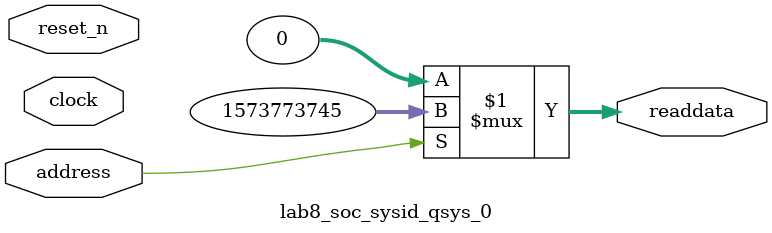
<source format=v>



// synthesis translate_off
`timescale 1ns / 1ps
// synthesis translate_on

// turn off superfluous verilog processor warnings 
// altera message_level Level1 
// altera message_off 10034 10035 10036 10037 10230 10240 10030 

module lab8_soc_sysid_qsys_0 (
               // inputs:
                address,
                clock,
                reset_n,

               // outputs:
                readdata
             )
;

  output  [ 31: 0] readdata;
  input            address;
  input            clock;
  input            reset_n;

  wire    [ 31: 0] readdata;
  //control_slave, which is an e_avalon_slave
  assign readdata = address ? 1573773745 : 0;

endmodule



</source>
